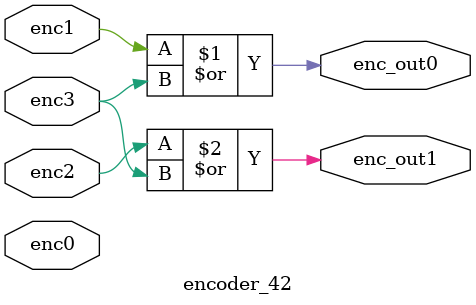
<source format=sv>
module encoder_42 (
	input logic enc0, enc1, enc2, enc3,
	output logic enc_out0, enc_out1
);
	
	or (enc_out0, enc1, enc3);
	or (enc_out1, enc2, enc3);
	
endmodule
</source>
